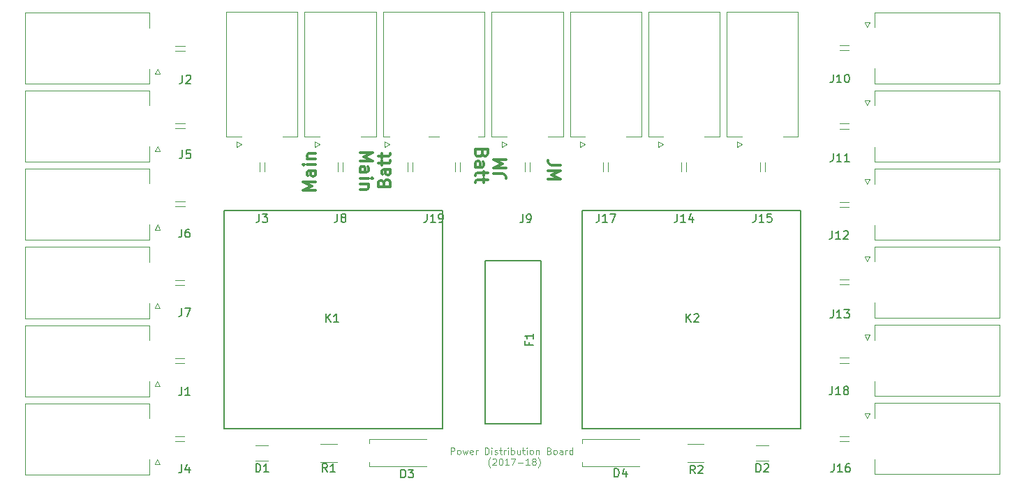
<source format=gto>
G04 #@! TF.FileFunction,Legend,Top*
%FSLAX46Y46*%
G04 Gerber Fmt 4.6, Leading zero omitted, Abs format (unit mm)*
G04 Created by KiCad (PCBNEW 4.0.7) date 11/16/17 10:54:23*
%MOMM*%
%LPD*%
G01*
G04 APERTURE LIST*
%ADD10C,0.100000*%
%ADD11C,0.300000*%
%ADD12C,0.120000*%
%ADD13C,0.150000*%
%ADD14R,2.400000X2.100000*%
%ADD15R,3.900000X2.200000*%
%ADD16C,2.950000*%
%ADD17R,4.150000X4.150000*%
%ADD18C,4.150000*%
%ADD19C,3.400000*%
%ADD20C,3.450000*%
G04 APERTURE END LIST*
D10*
D11*
X179407143Y-82571429D02*
X179335714Y-82785715D01*
X179264286Y-82857143D01*
X179121429Y-82928572D01*
X178907143Y-82928572D01*
X178764286Y-82857143D01*
X178692857Y-82785715D01*
X178621429Y-82642857D01*
X178621429Y-82071429D01*
X180121429Y-82071429D01*
X180121429Y-82571429D01*
X180050000Y-82714286D01*
X179978571Y-82785715D01*
X179835714Y-82857143D01*
X179692857Y-82857143D01*
X179550000Y-82785715D01*
X179478571Y-82714286D01*
X179407143Y-82571429D01*
X179407143Y-82071429D01*
X178621429Y-84214286D02*
X179407143Y-84214286D01*
X179550000Y-84142857D01*
X179621429Y-84000000D01*
X179621429Y-83714286D01*
X179550000Y-83571429D01*
X178692857Y-84214286D02*
X178621429Y-84071429D01*
X178621429Y-83714286D01*
X178692857Y-83571429D01*
X178835714Y-83500000D01*
X178978571Y-83500000D01*
X179121429Y-83571429D01*
X179192857Y-83714286D01*
X179192857Y-84071429D01*
X179264286Y-84214286D01*
X179621429Y-84714286D02*
X179621429Y-85285715D01*
X180121429Y-84928572D02*
X178835714Y-84928572D01*
X178692857Y-85000000D01*
X178621429Y-85142858D01*
X178621429Y-85285715D01*
X179621429Y-85571429D02*
X179621429Y-86142858D01*
X180121429Y-85785715D02*
X178835714Y-85785715D01*
X178692857Y-85857143D01*
X178621429Y-86000001D01*
X178621429Y-86142858D01*
X167492857Y-86128571D02*
X167564286Y-85914285D01*
X167635714Y-85842857D01*
X167778571Y-85771428D01*
X167992857Y-85771428D01*
X168135714Y-85842857D01*
X168207143Y-85914285D01*
X168278571Y-86057143D01*
X168278571Y-86628571D01*
X166778571Y-86628571D01*
X166778571Y-86128571D01*
X166850000Y-85985714D01*
X166921429Y-85914285D01*
X167064286Y-85842857D01*
X167207143Y-85842857D01*
X167350000Y-85914285D01*
X167421429Y-85985714D01*
X167492857Y-86128571D01*
X167492857Y-86628571D01*
X168278571Y-84485714D02*
X167492857Y-84485714D01*
X167350000Y-84557143D01*
X167278571Y-84700000D01*
X167278571Y-84985714D01*
X167350000Y-85128571D01*
X168207143Y-84485714D02*
X168278571Y-84628571D01*
X168278571Y-84985714D01*
X168207143Y-85128571D01*
X168064286Y-85200000D01*
X167921429Y-85200000D01*
X167778571Y-85128571D01*
X167707143Y-84985714D01*
X167707143Y-84628571D01*
X167635714Y-84485714D01*
X167278571Y-83985714D02*
X167278571Y-83414285D01*
X166778571Y-83771428D02*
X168064286Y-83771428D01*
X168207143Y-83700000D01*
X168278571Y-83557142D01*
X168278571Y-83414285D01*
X167278571Y-83128571D02*
X167278571Y-82557142D01*
X166778571Y-82914285D02*
X168064286Y-82914285D01*
X168207143Y-82842857D01*
X168278571Y-82699999D01*
X168278571Y-82557142D01*
X188921429Y-83957143D02*
X187850000Y-83957143D01*
X187635714Y-83885715D01*
X187492857Y-83742858D01*
X187421429Y-83528572D01*
X187421429Y-83385715D01*
X187421429Y-84671429D02*
X188921429Y-84671429D01*
X187850000Y-85171429D01*
X188921429Y-85671429D01*
X187421429Y-85671429D01*
X180778571Y-85042857D02*
X181850000Y-85042857D01*
X182064286Y-85114285D01*
X182207143Y-85257142D01*
X182278571Y-85471428D01*
X182278571Y-85614285D01*
X182278571Y-84328571D02*
X180778571Y-84328571D01*
X181850000Y-83828571D01*
X180778571Y-83328571D01*
X182278571Y-83328571D01*
X164621429Y-82485714D02*
X166121429Y-82485714D01*
X165050000Y-82985714D01*
X166121429Y-83485714D01*
X164621429Y-83485714D01*
X164621429Y-84842857D02*
X165407143Y-84842857D01*
X165550000Y-84771428D01*
X165621429Y-84628571D01*
X165621429Y-84342857D01*
X165550000Y-84200000D01*
X164692857Y-84842857D02*
X164621429Y-84700000D01*
X164621429Y-84342857D01*
X164692857Y-84200000D01*
X164835714Y-84128571D01*
X164978571Y-84128571D01*
X165121429Y-84200000D01*
X165192857Y-84342857D01*
X165192857Y-84700000D01*
X165264286Y-84842857D01*
X164621429Y-85557143D02*
X165621429Y-85557143D01*
X166121429Y-85557143D02*
X166050000Y-85485714D01*
X165978571Y-85557143D01*
X166050000Y-85628571D01*
X166121429Y-85557143D01*
X165978571Y-85557143D01*
X165621429Y-86271429D02*
X164621429Y-86271429D01*
X165478571Y-86271429D02*
X165550000Y-86342857D01*
X165621429Y-86485715D01*
X165621429Y-86700000D01*
X165550000Y-86842857D01*
X165407143Y-86914286D01*
X164621429Y-86914286D01*
X159178571Y-87014286D02*
X157678571Y-87014286D01*
X158750000Y-86514286D01*
X157678571Y-86014286D01*
X159178571Y-86014286D01*
X159178571Y-84657143D02*
X158392857Y-84657143D01*
X158250000Y-84728572D01*
X158178571Y-84871429D01*
X158178571Y-85157143D01*
X158250000Y-85300000D01*
X159107143Y-84657143D02*
X159178571Y-84800000D01*
X159178571Y-85157143D01*
X159107143Y-85300000D01*
X158964286Y-85371429D01*
X158821429Y-85371429D01*
X158678571Y-85300000D01*
X158607143Y-85157143D01*
X158607143Y-84800000D01*
X158535714Y-84657143D01*
X159178571Y-83942857D02*
X158178571Y-83942857D01*
X157678571Y-83942857D02*
X157750000Y-84014286D01*
X157821429Y-83942857D01*
X157750000Y-83871429D01*
X157678571Y-83942857D01*
X157821429Y-83942857D01*
X158178571Y-83228571D02*
X159178571Y-83228571D01*
X158321429Y-83228571D02*
X158250000Y-83157143D01*
X158178571Y-83014285D01*
X158178571Y-82800000D01*
X158250000Y-82657143D01*
X158392857Y-82585714D01*
X159178571Y-82585714D01*
D10*
X175623808Y-119111905D02*
X175623808Y-118311905D01*
X175928570Y-118311905D01*
X176004761Y-118350000D01*
X176042856Y-118388095D01*
X176080951Y-118464286D01*
X176080951Y-118578571D01*
X176042856Y-118654762D01*
X176004761Y-118692857D01*
X175928570Y-118730952D01*
X175623808Y-118730952D01*
X176538094Y-119111905D02*
X176461903Y-119073810D01*
X176423808Y-119035714D01*
X176385713Y-118959524D01*
X176385713Y-118730952D01*
X176423808Y-118654762D01*
X176461903Y-118616667D01*
X176538094Y-118578571D01*
X176652380Y-118578571D01*
X176728570Y-118616667D01*
X176766665Y-118654762D01*
X176804761Y-118730952D01*
X176804761Y-118959524D01*
X176766665Y-119035714D01*
X176728570Y-119073810D01*
X176652380Y-119111905D01*
X176538094Y-119111905D01*
X177071428Y-118578571D02*
X177223809Y-119111905D01*
X177376190Y-118730952D01*
X177528571Y-119111905D01*
X177680952Y-118578571D01*
X178290475Y-119073810D02*
X178214285Y-119111905D01*
X178061904Y-119111905D01*
X177985713Y-119073810D01*
X177947618Y-118997619D01*
X177947618Y-118692857D01*
X177985713Y-118616667D01*
X178061904Y-118578571D01*
X178214285Y-118578571D01*
X178290475Y-118616667D01*
X178328570Y-118692857D01*
X178328570Y-118769048D01*
X177947618Y-118845238D01*
X178671427Y-119111905D02*
X178671427Y-118578571D01*
X178671427Y-118730952D02*
X178709522Y-118654762D01*
X178747618Y-118616667D01*
X178823808Y-118578571D01*
X178899999Y-118578571D01*
X179776189Y-119111905D02*
X179776189Y-118311905D01*
X179966665Y-118311905D01*
X180080951Y-118350000D01*
X180157142Y-118426190D01*
X180195237Y-118502381D01*
X180233332Y-118654762D01*
X180233332Y-118769048D01*
X180195237Y-118921429D01*
X180157142Y-118997619D01*
X180080951Y-119073810D01*
X179966665Y-119111905D01*
X179776189Y-119111905D01*
X180576189Y-119111905D02*
X180576189Y-118578571D01*
X180576189Y-118311905D02*
X180538094Y-118350000D01*
X180576189Y-118388095D01*
X180614284Y-118350000D01*
X180576189Y-118311905D01*
X180576189Y-118388095D01*
X180919046Y-119073810D02*
X180995236Y-119111905D01*
X181147617Y-119111905D01*
X181223808Y-119073810D01*
X181261903Y-118997619D01*
X181261903Y-118959524D01*
X181223808Y-118883333D01*
X181147617Y-118845238D01*
X181033332Y-118845238D01*
X180957141Y-118807143D01*
X180919046Y-118730952D01*
X180919046Y-118692857D01*
X180957141Y-118616667D01*
X181033332Y-118578571D01*
X181147617Y-118578571D01*
X181223808Y-118616667D01*
X181490474Y-118578571D02*
X181795236Y-118578571D01*
X181604760Y-118311905D02*
X181604760Y-118997619D01*
X181642855Y-119073810D01*
X181719046Y-119111905D01*
X181795236Y-119111905D01*
X182061903Y-119111905D02*
X182061903Y-118578571D01*
X182061903Y-118730952D02*
X182099998Y-118654762D01*
X182138094Y-118616667D01*
X182214284Y-118578571D01*
X182290475Y-118578571D01*
X182557141Y-119111905D02*
X182557141Y-118578571D01*
X182557141Y-118311905D02*
X182519046Y-118350000D01*
X182557141Y-118388095D01*
X182595236Y-118350000D01*
X182557141Y-118311905D01*
X182557141Y-118388095D01*
X182938093Y-119111905D02*
X182938093Y-118311905D01*
X182938093Y-118616667D02*
X183014284Y-118578571D01*
X183166665Y-118578571D01*
X183242855Y-118616667D01*
X183280950Y-118654762D01*
X183319046Y-118730952D01*
X183319046Y-118959524D01*
X183280950Y-119035714D01*
X183242855Y-119073810D01*
X183166665Y-119111905D01*
X183014284Y-119111905D01*
X182938093Y-119073810D01*
X184004760Y-118578571D02*
X184004760Y-119111905D01*
X183661903Y-118578571D02*
X183661903Y-118997619D01*
X183699998Y-119073810D01*
X183776189Y-119111905D01*
X183890475Y-119111905D01*
X183966665Y-119073810D01*
X184004760Y-119035714D01*
X184271427Y-118578571D02*
X184576189Y-118578571D01*
X184385713Y-118311905D02*
X184385713Y-118997619D01*
X184423808Y-119073810D01*
X184499999Y-119111905D01*
X184576189Y-119111905D01*
X184842856Y-119111905D02*
X184842856Y-118578571D01*
X184842856Y-118311905D02*
X184804761Y-118350000D01*
X184842856Y-118388095D01*
X184880951Y-118350000D01*
X184842856Y-118311905D01*
X184842856Y-118388095D01*
X185338094Y-119111905D02*
X185261903Y-119073810D01*
X185223808Y-119035714D01*
X185185713Y-118959524D01*
X185185713Y-118730952D01*
X185223808Y-118654762D01*
X185261903Y-118616667D01*
X185338094Y-118578571D01*
X185452380Y-118578571D01*
X185528570Y-118616667D01*
X185566665Y-118654762D01*
X185604761Y-118730952D01*
X185604761Y-118959524D01*
X185566665Y-119035714D01*
X185528570Y-119073810D01*
X185452380Y-119111905D01*
X185338094Y-119111905D01*
X185947618Y-118578571D02*
X185947618Y-119111905D01*
X185947618Y-118654762D02*
X185985713Y-118616667D01*
X186061904Y-118578571D01*
X186176190Y-118578571D01*
X186252380Y-118616667D01*
X186290475Y-118692857D01*
X186290475Y-119111905D01*
X187547619Y-118692857D02*
X187661905Y-118730952D01*
X187700000Y-118769048D01*
X187738095Y-118845238D01*
X187738095Y-118959524D01*
X187700000Y-119035714D01*
X187661905Y-119073810D01*
X187585714Y-119111905D01*
X187280952Y-119111905D01*
X187280952Y-118311905D01*
X187547619Y-118311905D01*
X187623809Y-118350000D01*
X187661905Y-118388095D01*
X187700000Y-118464286D01*
X187700000Y-118540476D01*
X187661905Y-118616667D01*
X187623809Y-118654762D01*
X187547619Y-118692857D01*
X187280952Y-118692857D01*
X188195238Y-119111905D02*
X188119047Y-119073810D01*
X188080952Y-119035714D01*
X188042857Y-118959524D01*
X188042857Y-118730952D01*
X188080952Y-118654762D01*
X188119047Y-118616667D01*
X188195238Y-118578571D01*
X188309524Y-118578571D01*
X188385714Y-118616667D01*
X188423809Y-118654762D01*
X188461905Y-118730952D01*
X188461905Y-118959524D01*
X188423809Y-119035714D01*
X188385714Y-119073810D01*
X188309524Y-119111905D01*
X188195238Y-119111905D01*
X189147619Y-119111905D02*
X189147619Y-118692857D01*
X189109524Y-118616667D01*
X189033334Y-118578571D01*
X188880953Y-118578571D01*
X188804762Y-118616667D01*
X189147619Y-119073810D02*
X189071429Y-119111905D01*
X188880953Y-119111905D01*
X188804762Y-119073810D01*
X188766667Y-118997619D01*
X188766667Y-118921429D01*
X188804762Y-118845238D01*
X188880953Y-118807143D01*
X189071429Y-118807143D01*
X189147619Y-118769048D01*
X189528572Y-119111905D02*
X189528572Y-118578571D01*
X189528572Y-118730952D02*
X189566667Y-118654762D01*
X189604763Y-118616667D01*
X189680953Y-118578571D01*
X189757144Y-118578571D01*
X190366667Y-119111905D02*
X190366667Y-118311905D01*
X190366667Y-119073810D02*
X190290477Y-119111905D01*
X190138096Y-119111905D01*
X190061905Y-119073810D01*
X190023810Y-119035714D01*
X189985715Y-118959524D01*
X189985715Y-118730952D01*
X190023810Y-118654762D01*
X190061905Y-118616667D01*
X190138096Y-118578571D01*
X190290477Y-118578571D01*
X190366667Y-118616667D01*
X180404762Y-120716667D02*
X180366666Y-120678571D01*
X180290476Y-120564286D01*
X180252381Y-120488095D01*
X180214285Y-120373810D01*
X180176190Y-120183333D01*
X180176190Y-120030952D01*
X180214285Y-119840476D01*
X180252381Y-119726190D01*
X180290476Y-119650000D01*
X180366666Y-119535714D01*
X180404762Y-119497619D01*
X180671428Y-119688095D02*
X180709523Y-119650000D01*
X180785714Y-119611905D01*
X180976190Y-119611905D01*
X181052380Y-119650000D01*
X181090476Y-119688095D01*
X181128571Y-119764286D01*
X181128571Y-119840476D01*
X181090476Y-119954762D01*
X180633333Y-120411905D01*
X181128571Y-120411905D01*
X181623809Y-119611905D02*
X181700000Y-119611905D01*
X181776190Y-119650000D01*
X181814285Y-119688095D01*
X181852381Y-119764286D01*
X181890476Y-119916667D01*
X181890476Y-120107143D01*
X181852381Y-120259524D01*
X181814285Y-120335714D01*
X181776190Y-120373810D01*
X181700000Y-120411905D01*
X181623809Y-120411905D01*
X181547619Y-120373810D01*
X181509523Y-120335714D01*
X181471428Y-120259524D01*
X181433333Y-120107143D01*
X181433333Y-119916667D01*
X181471428Y-119764286D01*
X181509523Y-119688095D01*
X181547619Y-119650000D01*
X181623809Y-119611905D01*
X182652381Y-120411905D02*
X182195238Y-120411905D01*
X182423809Y-120411905D02*
X182423809Y-119611905D01*
X182347619Y-119726190D01*
X182271428Y-119802381D01*
X182195238Y-119840476D01*
X182919048Y-119611905D02*
X183452381Y-119611905D01*
X183109524Y-120411905D01*
X183757143Y-120107143D02*
X184366667Y-120107143D01*
X185166667Y-120411905D02*
X184709524Y-120411905D01*
X184938095Y-120411905D02*
X184938095Y-119611905D01*
X184861905Y-119726190D01*
X184785714Y-119802381D01*
X184709524Y-119840476D01*
X185623810Y-119954762D02*
X185547619Y-119916667D01*
X185509524Y-119878571D01*
X185471429Y-119802381D01*
X185471429Y-119764286D01*
X185509524Y-119688095D01*
X185547619Y-119650000D01*
X185623810Y-119611905D01*
X185776191Y-119611905D01*
X185852381Y-119650000D01*
X185890477Y-119688095D01*
X185928572Y-119764286D01*
X185928572Y-119802381D01*
X185890477Y-119878571D01*
X185852381Y-119916667D01*
X185776191Y-119954762D01*
X185623810Y-119954762D01*
X185547619Y-119992857D01*
X185509524Y-120030952D01*
X185471429Y-120107143D01*
X185471429Y-120259524D01*
X185509524Y-120335714D01*
X185547619Y-120373810D01*
X185623810Y-120411905D01*
X185776191Y-120411905D01*
X185852381Y-120373810D01*
X185890477Y-120335714D01*
X185928572Y-120259524D01*
X185928572Y-120107143D01*
X185890477Y-120030952D01*
X185852381Y-119992857D01*
X185776191Y-119954762D01*
X186195239Y-120716667D02*
X186233334Y-120678571D01*
X186309524Y-120564286D01*
X186347620Y-120488095D01*
X186385715Y-120373810D01*
X186423810Y-120183333D01*
X186423810Y-120030952D01*
X186385715Y-119840476D01*
X186347620Y-119726190D01*
X186309524Y-119650000D01*
X186233334Y-119535714D01*
X186195239Y-119497619D01*
D12*
X149600000Y-118000000D02*
X149600000Y-119900000D01*
X149600000Y-119900000D02*
X154300000Y-119900000D01*
X149600000Y-118000000D02*
X154300000Y-118000000D01*
X216500000Y-119900000D02*
X216500000Y-118000000D01*
X216500000Y-118000000D02*
X211800000Y-118000000D01*
X216500000Y-119900000D02*
X211800000Y-119900000D01*
X165750000Y-117300000D02*
X165750000Y-120600000D01*
X165750000Y-120600000D02*
X172650000Y-120600000D01*
X165750000Y-117300000D02*
X172650000Y-117300000D01*
X191550000Y-117300000D02*
X191550000Y-120600000D01*
X191550000Y-120600000D02*
X198450000Y-120600000D01*
X191550000Y-117300000D02*
X198450000Y-117300000D01*
D13*
X179750000Y-115375000D02*
X179750000Y-95575000D01*
X179750000Y-95575000D02*
X186550000Y-95575000D01*
X186550000Y-95575000D02*
X186550000Y-115375000D01*
X186550000Y-115375000D02*
X179750000Y-115375000D01*
D12*
X134300000Y-107750000D02*
G75*
G03X134300000Y-107750000I-1600000J0D01*
G01*
X123950000Y-107750000D02*
X123950000Y-112075000D01*
X123950000Y-112075000D02*
X139050000Y-112075000D01*
X139050000Y-112075000D02*
X139050000Y-110250000D01*
X123950000Y-107750000D02*
X123950000Y-103425000D01*
X123950000Y-103425000D02*
X139050000Y-103425000D01*
X139050000Y-103425000D02*
X139050000Y-105250000D01*
X142175000Y-108050000D02*
X143325000Y-108050000D01*
X142175000Y-107450000D02*
X143325000Y-107450000D01*
X140000000Y-110250000D02*
X140300000Y-110850000D01*
X140300000Y-110850000D02*
X139700000Y-110850000D01*
X139700000Y-110850000D02*
X140000000Y-110250000D01*
X134325000Y-69775000D02*
G75*
G03X134325000Y-69775000I-1600000J0D01*
G01*
X123975000Y-69775000D02*
X123975000Y-74100000D01*
X123975000Y-74100000D02*
X139075000Y-74100000D01*
X139075000Y-74100000D02*
X139075000Y-72275000D01*
X123975000Y-69775000D02*
X123975000Y-65450000D01*
X123975000Y-65450000D02*
X139075000Y-65450000D01*
X139075000Y-65450000D02*
X139075000Y-67275000D01*
X142200000Y-70075000D02*
X143350000Y-70075000D01*
X142200000Y-69475000D02*
X143350000Y-69475000D01*
X140025000Y-72275000D02*
X140325000Y-72875000D01*
X140325000Y-72875000D02*
X139725000Y-72875000D01*
X139725000Y-72875000D02*
X140025000Y-72275000D01*
X154300000Y-74150000D02*
G75*
G03X154300000Y-74150000I-1600000J0D01*
G01*
X152700000Y-65400000D02*
X148375000Y-65400000D01*
X148375000Y-65400000D02*
X148375000Y-80500000D01*
X148375000Y-80500000D02*
X150200000Y-80500000D01*
X152700000Y-65400000D02*
X157025000Y-65400000D01*
X157025000Y-65400000D02*
X157025000Y-80500000D01*
X157025000Y-80500000D02*
X155200000Y-80500000D01*
X152400000Y-83625000D02*
X152400000Y-84775000D01*
X153000000Y-83625000D02*
X153000000Y-84775000D01*
X150200000Y-81450000D02*
X149600000Y-81750000D01*
X149600000Y-81750000D02*
X149600000Y-81150000D01*
X149600000Y-81150000D02*
X150200000Y-81450000D01*
X134300000Y-117250000D02*
G75*
G03X134300000Y-117250000I-1600000J0D01*
G01*
X123950000Y-117250000D02*
X123950000Y-121575000D01*
X123950000Y-121575000D02*
X139050000Y-121575000D01*
X139050000Y-121575000D02*
X139050000Y-119750000D01*
X123950000Y-117250000D02*
X123950000Y-112925000D01*
X123950000Y-112925000D02*
X139050000Y-112925000D01*
X139050000Y-112925000D02*
X139050000Y-114750000D01*
X142175000Y-117550000D02*
X143325000Y-117550000D01*
X142175000Y-116950000D02*
X143325000Y-116950000D01*
X140000000Y-119750000D02*
X140300000Y-120350000D01*
X140300000Y-120350000D02*
X139700000Y-120350000D01*
X139700000Y-120350000D02*
X140000000Y-119750000D01*
X134325000Y-79225000D02*
G75*
G03X134325000Y-79225000I-1600000J0D01*
G01*
X123975000Y-79225000D02*
X123975000Y-83550000D01*
X123975000Y-83550000D02*
X139075000Y-83550000D01*
X139075000Y-83550000D02*
X139075000Y-81725000D01*
X123975000Y-79225000D02*
X123975000Y-74900000D01*
X123975000Y-74900000D02*
X139075000Y-74900000D01*
X139075000Y-74900000D02*
X139075000Y-76725000D01*
X142200000Y-79525000D02*
X143350000Y-79525000D01*
X142200000Y-78925000D02*
X143350000Y-78925000D01*
X140025000Y-81725000D02*
X140325000Y-82325000D01*
X140325000Y-82325000D02*
X139725000Y-82325000D01*
X139725000Y-82325000D02*
X140025000Y-81725000D01*
X134325000Y-88725000D02*
G75*
G03X134325000Y-88725000I-1600000J0D01*
G01*
X123975000Y-88725000D02*
X123975000Y-93050000D01*
X123975000Y-93050000D02*
X139075000Y-93050000D01*
X139075000Y-93050000D02*
X139075000Y-91225000D01*
X123975000Y-88725000D02*
X123975000Y-84400000D01*
X123975000Y-84400000D02*
X139075000Y-84400000D01*
X139075000Y-84400000D02*
X139075000Y-86225000D01*
X142200000Y-89025000D02*
X143350000Y-89025000D01*
X142200000Y-88425000D02*
X143350000Y-88425000D01*
X140025000Y-91225000D02*
X140325000Y-91825000D01*
X140325000Y-91825000D02*
X139725000Y-91825000D01*
X139725000Y-91825000D02*
X140025000Y-91225000D01*
X134300000Y-98250000D02*
G75*
G03X134300000Y-98250000I-1600000J0D01*
G01*
X123950000Y-98250000D02*
X123950000Y-102575000D01*
X123950000Y-102575000D02*
X139050000Y-102575000D01*
X139050000Y-102575000D02*
X139050000Y-100750000D01*
X123950000Y-98250000D02*
X123950000Y-93925000D01*
X123950000Y-93925000D02*
X139050000Y-93925000D01*
X139050000Y-93925000D02*
X139050000Y-95750000D01*
X142175000Y-98550000D02*
X143325000Y-98550000D01*
X142175000Y-97950000D02*
X143325000Y-97950000D01*
X140000000Y-100750000D02*
X140300000Y-101350000D01*
X140300000Y-101350000D02*
X139700000Y-101350000D01*
X139700000Y-101350000D02*
X140000000Y-100750000D01*
X163800000Y-74150000D02*
G75*
G03X163800000Y-74150000I-1600000J0D01*
G01*
X162200000Y-65400000D02*
X157875000Y-65400000D01*
X157875000Y-65400000D02*
X157875000Y-80500000D01*
X157875000Y-80500000D02*
X159700000Y-80500000D01*
X162200000Y-65400000D02*
X166525000Y-65400000D01*
X166525000Y-65400000D02*
X166525000Y-80500000D01*
X166525000Y-80500000D02*
X164700000Y-80500000D01*
X161900000Y-83625000D02*
X161900000Y-84775000D01*
X162500000Y-83625000D02*
X162500000Y-84775000D01*
X159700000Y-81450000D02*
X159100000Y-81750000D01*
X159100000Y-81750000D02*
X159100000Y-81150000D01*
X159100000Y-81150000D02*
X159700000Y-81450000D01*
X186500000Y-74150000D02*
G75*
G03X186500000Y-74150000I-1600000J0D01*
G01*
X184900000Y-65400000D02*
X180575000Y-65400000D01*
X180575000Y-65400000D02*
X180575000Y-80500000D01*
X180575000Y-80500000D02*
X182400000Y-80500000D01*
X184900000Y-65400000D02*
X189225000Y-65400000D01*
X189225000Y-65400000D02*
X189225000Y-80500000D01*
X189225000Y-80500000D02*
X187400000Y-80500000D01*
X184600000Y-83625000D02*
X184600000Y-84775000D01*
X185200000Y-83625000D02*
X185200000Y-84775000D01*
X182400000Y-81450000D02*
X181800000Y-81750000D01*
X181800000Y-81750000D02*
X181800000Y-81150000D01*
X181800000Y-81150000D02*
X182400000Y-81450000D01*
X235000000Y-69750000D02*
G75*
G03X235000000Y-69750000I-1600000J0D01*
G01*
X242150000Y-69750000D02*
X242150000Y-65425000D01*
X242150000Y-65425000D02*
X227050000Y-65425000D01*
X227050000Y-65425000D02*
X227050000Y-67250000D01*
X242150000Y-69750000D02*
X242150000Y-74075000D01*
X242150000Y-74075000D02*
X227050000Y-74075000D01*
X227050000Y-74075000D02*
X227050000Y-72250000D01*
X223925000Y-69450000D02*
X222775000Y-69450000D01*
X223925000Y-70050000D02*
X222775000Y-70050000D01*
X226100000Y-67250000D02*
X225800000Y-66650000D01*
X225800000Y-66650000D02*
X226400000Y-66650000D01*
X226400000Y-66650000D02*
X226100000Y-67250000D01*
X235000000Y-79250000D02*
G75*
G03X235000000Y-79250000I-1600000J0D01*
G01*
X242150000Y-79250000D02*
X242150000Y-74925000D01*
X242150000Y-74925000D02*
X227050000Y-74925000D01*
X227050000Y-74925000D02*
X227050000Y-76750000D01*
X242150000Y-79250000D02*
X242150000Y-83575000D01*
X242150000Y-83575000D02*
X227050000Y-83575000D01*
X227050000Y-83575000D02*
X227050000Y-81750000D01*
X223925000Y-78950000D02*
X222775000Y-78950000D01*
X223925000Y-79550000D02*
X222775000Y-79550000D01*
X226100000Y-76750000D02*
X225800000Y-76150000D01*
X225800000Y-76150000D02*
X226400000Y-76150000D01*
X226400000Y-76150000D02*
X226100000Y-76750000D01*
X235000000Y-88750000D02*
G75*
G03X235000000Y-88750000I-1600000J0D01*
G01*
X242150000Y-88750000D02*
X242150000Y-84425000D01*
X242150000Y-84425000D02*
X227050000Y-84425000D01*
X227050000Y-84425000D02*
X227050000Y-86250000D01*
X242150000Y-88750000D02*
X242150000Y-93075000D01*
X242150000Y-93075000D02*
X227050000Y-93075000D01*
X227050000Y-93075000D02*
X227050000Y-91250000D01*
X223925000Y-88450000D02*
X222775000Y-88450000D01*
X223925000Y-89050000D02*
X222775000Y-89050000D01*
X226100000Y-86250000D02*
X225800000Y-85650000D01*
X225800000Y-85650000D02*
X226400000Y-85650000D01*
X226400000Y-85650000D02*
X226100000Y-86250000D01*
X235000000Y-98200000D02*
G75*
G03X235000000Y-98200000I-1600000J0D01*
G01*
X242150000Y-98200000D02*
X242150000Y-93875000D01*
X242150000Y-93875000D02*
X227050000Y-93875000D01*
X227050000Y-93875000D02*
X227050000Y-95700000D01*
X242150000Y-98200000D02*
X242150000Y-102525000D01*
X242150000Y-102525000D02*
X227050000Y-102525000D01*
X227050000Y-102525000D02*
X227050000Y-100700000D01*
X223925000Y-97900000D02*
X222775000Y-97900000D01*
X223925000Y-98500000D02*
X222775000Y-98500000D01*
X226100000Y-95700000D02*
X225800000Y-95100000D01*
X225800000Y-95100000D02*
X226400000Y-95100000D01*
X226400000Y-95100000D02*
X226100000Y-95700000D01*
X205500000Y-74150000D02*
G75*
G03X205500000Y-74150000I-1600000J0D01*
G01*
X203900000Y-65400000D02*
X199575000Y-65400000D01*
X199575000Y-65400000D02*
X199575000Y-80500000D01*
X199575000Y-80500000D02*
X201400000Y-80500000D01*
X203900000Y-65400000D02*
X208225000Y-65400000D01*
X208225000Y-65400000D02*
X208225000Y-80500000D01*
X208225000Y-80500000D02*
X206400000Y-80500000D01*
X203600000Y-83625000D02*
X203600000Y-84775000D01*
X204200000Y-83625000D02*
X204200000Y-84775000D01*
X201400000Y-81450000D02*
X200800000Y-81750000D01*
X200800000Y-81750000D02*
X200800000Y-81150000D01*
X200800000Y-81150000D02*
X201400000Y-81450000D01*
X215000000Y-74150000D02*
G75*
G03X215000000Y-74150000I-1600000J0D01*
G01*
X213400000Y-65400000D02*
X209075000Y-65400000D01*
X209075000Y-65400000D02*
X209075000Y-80500000D01*
X209075000Y-80500000D02*
X210900000Y-80500000D01*
X213400000Y-65400000D02*
X217725000Y-65400000D01*
X217725000Y-65400000D02*
X217725000Y-80500000D01*
X217725000Y-80500000D02*
X215900000Y-80500000D01*
X213100000Y-83625000D02*
X213100000Y-84775000D01*
X213700000Y-83625000D02*
X213700000Y-84775000D01*
X210900000Y-81450000D02*
X210300000Y-81750000D01*
X210300000Y-81750000D02*
X210300000Y-81150000D01*
X210300000Y-81150000D02*
X210900000Y-81450000D01*
X235000000Y-117200000D02*
G75*
G03X235000000Y-117200000I-1600000J0D01*
G01*
X242150000Y-117200000D02*
X242150000Y-112875000D01*
X242150000Y-112875000D02*
X227050000Y-112875000D01*
X227050000Y-112875000D02*
X227050000Y-114700000D01*
X242150000Y-117200000D02*
X242150000Y-121525000D01*
X242150000Y-121525000D02*
X227050000Y-121525000D01*
X227050000Y-121525000D02*
X227050000Y-119700000D01*
X223925000Y-116900000D02*
X222775000Y-116900000D01*
X223925000Y-117500000D02*
X222775000Y-117500000D01*
X226100000Y-114700000D02*
X225800000Y-114100000D01*
X225800000Y-114100000D02*
X226400000Y-114100000D01*
X226400000Y-114100000D02*
X226100000Y-114700000D01*
X196000000Y-74150000D02*
G75*
G03X196000000Y-74150000I-1600000J0D01*
G01*
X194400000Y-65400000D02*
X190075000Y-65400000D01*
X190075000Y-65400000D02*
X190075000Y-80500000D01*
X190075000Y-80500000D02*
X191900000Y-80500000D01*
X194400000Y-65400000D02*
X198725000Y-65400000D01*
X198725000Y-65400000D02*
X198725000Y-80500000D01*
X198725000Y-80500000D02*
X196900000Y-80500000D01*
X194100000Y-83625000D02*
X194100000Y-84775000D01*
X194700000Y-83625000D02*
X194700000Y-84775000D01*
X191900000Y-81450000D02*
X191300000Y-81750000D01*
X191300000Y-81750000D02*
X191300000Y-81150000D01*
X191300000Y-81150000D02*
X191900000Y-81450000D01*
X235000000Y-107700000D02*
G75*
G03X235000000Y-107700000I-1600000J0D01*
G01*
X242150000Y-107700000D02*
X242150000Y-103375000D01*
X242150000Y-103375000D02*
X227050000Y-103375000D01*
X227050000Y-103375000D02*
X227050000Y-105200000D01*
X242150000Y-107700000D02*
X242150000Y-112025000D01*
X242150000Y-112025000D02*
X227050000Y-112025000D01*
X227050000Y-112025000D02*
X227050000Y-110200000D01*
X223925000Y-107400000D02*
X222775000Y-107400000D01*
X223925000Y-108000000D02*
X222775000Y-108000000D01*
X226100000Y-105200000D02*
X225800000Y-104600000D01*
X225800000Y-104600000D02*
X226400000Y-104600000D01*
X226400000Y-104600000D02*
X226100000Y-105200000D01*
X175150000Y-74150000D02*
G75*
G03X175150000Y-74150000I-1600000J0D01*
G01*
X173550000Y-65400000D02*
X167375000Y-65400000D01*
X167375000Y-65400000D02*
X167375000Y-80500000D01*
X167375000Y-80500000D02*
X168200000Y-80500000D01*
X173550000Y-65400000D02*
X179725000Y-65400000D01*
X179725000Y-65400000D02*
X179725000Y-80500000D01*
X179725000Y-80500000D02*
X178900000Y-80500000D01*
X172875000Y-80500000D02*
X174225000Y-80500000D01*
X170400000Y-83625000D02*
X170400000Y-84775000D01*
X171000000Y-83625000D02*
X171000000Y-84775000D01*
X176100000Y-83625000D02*
X176100000Y-84775000D01*
X176700000Y-83625000D02*
X176700000Y-84775000D01*
X168200000Y-81450000D02*
X167600000Y-81750000D01*
X167600000Y-81750000D02*
X167600000Y-81150000D01*
X167600000Y-81150000D02*
X168200000Y-81450000D01*
D13*
X148100000Y-89500000D02*
X174600000Y-89500000D01*
X174600000Y-89500000D02*
X174600000Y-116000000D01*
X174600000Y-116000000D02*
X148100000Y-116000000D01*
X148100000Y-116000000D02*
X148100000Y-89500000D01*
X191550000Y-89500000D02*
X218050000Y-89500000D01*
X218050000Y-89500000D02*
X218050000Y-116000000D01*
X218050000Y-116000000D02*
X191550000Y-116000000D01*
X191550000Y-116000000D02*
X191550000Y-89500000D01*
D12*
X159800000Y-117880000D02*
X161800000Y-117880000D01*
X161800000Y-120020000D02*
X159800000Y-120020000D01*
X206300000Y-120020000D02*
X204300000Y-120020000D01*
X204300000Y-117880000D02*
X206300000Y-117880000D01*
D13*
X151961905Y-121252381D02*
X151961905Y-120252381D01*
X152200000Y-120252381D01*
X152342858Y-120300000D01*
X152438096Y-120395238D01*
X152485715Y-120490476D01*
X152533334Y-120680952D01*
X152533334Y-120823810D01*
X152485715Y-121014286D01*
X152438096Y-121109524D01*
X152342858Y-121204762D01*
X152200000Y-121252381D01*
X151961905Y-121252381D01*
X153485715Y-121252381D02*
X152914286Y-121252381D01*
X153200000Y-121252381D02*
X153200000Y-120252381D01*
X153104762Y-120395238D01*
X153009524Y-120490476D01*
X152914286Y-120538095D01*
X212661905Y-121252381D02*
X212661905Y-120252381D01*
X212900000Y-120252381D01*
X213042858Y-120300000D01*
X213138096Y-120395238D01*
X213185715Y-120490476D01*
X213233334Y-120680952D01*
X213233334Y-120823810D01*
X213185715Y-121014286D01*
X213138096Y-121109524D01*
X213042858Y-121204762D01*
X212900000Y-121252381D01*
X212661905Y-121252381D01*
X213614286Y-120347619D02*
X213661905Y-120300000D01*
X213757143Y-120252381D01*
X213995239Y-120252381D01*
X214090477Y-120300000D01*
X214138096Y-120347619D01*
X214185715Y-120442857D01*
X214185715Y-120538095D01*
X214138096Y-120680952D01*
X213566667Y-121252381D01*
X214185715Y-121252381D01*
X169561905Y-121952381D02*
X169561905Y-120952381D01*
X169800000Y-120952381D01*
X169942858Y-121000000D01*
X170038096Y-121095238D01*
X170085715Y-121190476D01*
X170133334Y-121380952D01*
X170133334Y-121523810D01*
X170085715Y-121714286D01*
X170038096Y-121809524D01*
X169942858Y-121904762D01*
X169800000Y-121952381D01*
X169561905Y-121952381D01*
X170466667Y-120952381D02*
X171085715Y-120952381D01*
X170752381Y-121333333D01*
X170895239Y-121333333D01*
X170990477Y-121380952D01*
X171038096Y-121428571D01*
X171085715Y-121523810D01*
X171085715Y-121761905D01*
X171038096Y-121857143D01*
X170990477Y-121904762D01*
X170895239Y-121952381D01*
X170609524Y-121952381D01*
X170514286Y-121904762D01*
X170466667Y-121857143D01*
X195461905Y-121852381D02*
X195461905Y-120852381D01*
X195700000Y-120852381D01*
X195842858Y-120900000D01*
X195938096Y-120995238D01*
X195985715Y-121090476D01*
X196033334Y-121280952D01*
X196033334Y-121423810D01*
X195985715Y-121614286D01*
X195938096Y-121709524D01*
X195842858Y-121804762D01*
X195700000Y-121852381D01*
X195461905Y-121852381D01*
X196890477Y-121185714D02*
X196890477Y-121852381D01*
X196652381Y-120804762D02*
X196414286Y-121519048D01*
X197033334Y-121519048D01*
X185078571Y-105508333D02*
X185078571Y-105841667D01*
X185602381Y-105841667D02*
X184602381Y-105841667D01*
X184602381Y-105365476D01*
X185602381Y-104460714D02*
X185602381Y-105032143D01*
X185602381Y-104746429D02*
X184602381Y-104746429D01*
X184745238Y-104841667D01*
X184840476Y-104936905D01*
X184888095Y-105032143D01*
X142966667Y-110952381D02*
X142966667Y-111666667D01*
X142919047Y-111809524D01*
X142823809Y-111904762D01*
X142680952Y-111952381D01*
X142585714Y-111952381D01*
X143966667Y-111952381D02*
X143395238Y-111952381D01*
X143680952Y-111952381D02*
X143680952Y-110952381D01*
X143585714Y-111095238D01*
X143490476Y-111190476D01*
X143395238Y-111238095D01*
X143066667Y-73052381D02*
X143066667Y-73766667D01*
X143019047Y-73909524D01*
X142923809Y-74004762D01*
X142780952Y-74052381D01*
X142685714Y-74052381D01*
X143495238Y-73147619D02*
X143542857Y-73100000D01*
X143638095Y-73052381D01*
X143876191Y-73052381D01*
X143971429Y-73100000D01*
X144019048Y-73147619D01*
X144066667Y-73242857D01*
X144066667Y-73338095D01*
X144019048Y-73480952D01*
X143447619Y-74052381D01*
X144066667Y-74052381D01*
X152366667Y-89902381D02*
X152366667Y-90616667D01*
X152319047Y-90759524D01*
X152223809Y-90854762D01*
X152080952Y-90902381D01*
X151985714Y-90902381D01*
X152747619Y-89902381D02*
X153366667Y-89902381D01*
X153033333Y-90283333D01*
X153176191Y-90283333D01*
X153271429Y-90330952D01*
X153319048Y-90378571D01*
X153366667Y-90473810D01*
X153366667Y-90711905D01*
X153319048Y-90807143D01*
X153271429Y-90854762D01*
X153176191Y-90902381D01*
X152890476Y-90902381D01*
X152795238Y-90854762D01*
X152747619Y-90807143D01*
X142966667Y-120352381D02*
X142966667Y-121066667D01*
X142919047Y-121209524D01*
X142823809Y-121304762D01*
X142680952Y-121352381D01*
X142585714Y-121352381D01*
X143871429Y-120685714D02*
X143871429Y-121352381D01*
X143633333Y-120304762D02*
X143395238Y-121019048D01*
X144014286Y-121019048D01*
X143066667Y-82152381D02*
X143066667Y-82866667D01*
X143019047Y-83009524D01*
X142923809Y-83104762D01*
X142780952Y-83152381D01*
X142685714Y-83152381D01*
X144019048Y-82152381D02*
X143542857Y-82152381D01*
X143495238Y-82628571D01*
X143542857Y-82580952D01*
X143638095Y-82533333D01*
X143876191Y-82533333D01*
X143971429Y-82580952D01*
X144019048Y-82628571D01*
X144066667Y-82723810D01*
X144066667Y-82961905D01*
X144019048Y-83057143D01*
X143971429Y-83104762D01*
X143876191Y-83152381D01*
X143638095Y-83152381D01*
X143542857Y-83104762D01*
X143495238Y-83057143D01*
X142966667Y-91752381D02*
X142966667Y-92466667D01*
X142919047Y-92609524D01*
X142823809Y-92704762D01*
X142680952Y-92752381D01*
X142585714Y-92752381D01*
X143871429Y-91752381D02*
X143680952Y-91752381D01*
X143585714Y-91800000D01*
X143538095Y-91847619D01*
X143442857Y-91990476D01*
X143395238Y-92180952D01*
X143395238Y-92561905D01*
X143442857Y-92657143D01*
X143490476Y-92704762D01*
X143585714Y-92752381D01*
X143776191Y-92752381D01*
X143871429Y-92704762D01*
X143919048Y-92657143D01*
X143966667Y-92561905D01*
X143966667Y-92323810D01*
X143919048Y-92228571D01*
X143871429Y-92180952D01*
X143776191Y-92133333D01*
X143585714Y-92133333D01*
X143490476Y-92180952D01*
X143442857Y-92228571D01*
X143395238Y-92323810D01*
X142966667Y-101352381D02*
X142966667Y-102066667D01*
X142919047Y-102209524D01*
X142823809Y-102304762D01*
X142680952Y-102352381D01*
X142585714Y-102352381D01*
X143347619Y-101352381D02*
X144014286Y-101352381D01*
X143585714Y-102352381D01*
X161866667Y-89902381D02*
X161866667Y-90616667D01*
X161819047Y-90759524D01*
X161723809Y-90854762D01*
X161580952Y-90902381D01*
X161485714Y-90902381D01*
X162485714Y-90330952D02*
X162390476Y-90283333D01*
X162342857Y-90235714D01*
X162295238Y-90140476D01*
X162295238Y-90092857D01*
X162342857Y-89997619D01*
X162390476Y-89950000D01*
X162485714Y-89902381D01*
X162676191Y-89902381D01*
X162771429Y-89950000D01*
X162819048Y-89997619D01*
X162866667Y-90092857D01*
X162866667Y-90140476D01*
X162819048Y-90235714D01*
X162771429Y-90283333D01*
X162676191Y-90330952D01*
X162485714Y-90330952D01*
X162390476Y-90378571D01*
X162342857Y-90426190D01*
X162295238Y-90521429D01*
X162295238Y-90711905D01*
X162342857Y-90807143D01*
X162390476Y-90854762D01*
X162485714Y-90902381D01*
X162676191Y-90902381D01*
X162771429Y-90854762D01*
X162819048Y-90807143D01*
X162866667Y-90711905D01*
X162866667Y-90521429D01*
X162819048Y-90426190D01*
X162771429Y-90378571D01*
X162676191Y-90330952D01*
X184366667Y-89952381D02*
X184366667Y-90666667D01*
X184319047Y-90809524D01*
X184223809Y-90904762D01*
X184080952Y-90952381D01*
X183985714Y-90952381D01*
X184890476Y-90952381D02*
X185080952Y-90952381D01*
X185176191Y-90904762D01*
X185223810Y-90857143D01*
X185319048Y-90714286D01*
X185366667Y-90523810D01*
X185366667Y-90142857D01*
X185319048Y-90047619D01*
X185271429Y-90000000D01*
X185176191Y-89952381D01*
X184985714Y-89952381D01*
X184890476Y-90000000D01*
X184842857Y-90047619D01*
X184795238Y-90142857D01*
X184795238Y-90380952D01*
X184842857Y-90476190D01*
X184890476Y-90523810D01*
X184985714Y-90571429D01*
X185176191Y-90571429D01*
X185271429Y-90523810D01*
X185319048Y-90476190D01*
X185366667Y-90380952D01*
X221990477Y-72952381D02*
X221990477Y-73666667D01*
X221942857Y-73809524D01*
X221847619Y-73904762D01*
X221704762Y-73952381D01*
X221609524Y-73952381D01*
X222990477Y-73952381D02*
X222419048Y-73952381D01*
X222704762Y-73952381D02*
X222704762Y-72952381D01*
X222609524Y-73095238D01*
X222514286Y-73190476D01*
X222419048Y-73238095D01*
X223609524Y-72952381D02*
X223704763Y-72952381D01*
X223800001Y-73000000D01*
X223847620Y-73047619D01*
X223895239Y-73142857D01*
X223942858Y-73333333D01*
X223942858Y-73571429D01*
X223895239Y-73761905D01*
X223847620Y-73857143D01*
X223800001Y-73904762D01*
X223704763Y-73952381D01*
X223609524Y-73952381D01*
X223514286Y-73904762D01*
X223466667Y-73857143D01*
X223419048Y-73761905D01*
X223371429Y-73571429D01*
X223371429Y-73333333D01*
X223419048Y-73142857D01*
X223466667Y-73047619D01*
X223514286Y-73000000D01*
X223609524Y-72952381D01*
X221990477Y-82552381D02*
X221990477Y-83266667D01*
X221942857Y-83409524D01*
X221847619Y-83504762D01*
X221704762Y-83552381D01*
X221609524Y-83552381D01*
X222990477Y-83552381D02*
X222419048Y-83552381D01*
X222704762Y-83552381D02*
X222704762Y-82552381D01*
X222609524Y-82695238D01*
X222514286Y-82790476D01*
X222419048Y-82838095D01*
X223942858Y-83552381D02*
X223371429Y-83552381D01*
X223657143Y-83552381D02*
X223657143Y-82552381D01*
X223561905Y-82695238D01*
X223466667Y-82790476D01*
X223371429Y-82838095D01*
X221890477Y-91952381D02*
X221890477Y-92666667D01*
X221842857Y-92809524D01*
X221747619Y-92904762D01*
X221604762Y-92952381D01*
X221509524Y-92952381D01*
X222890477Y-92952381D02*
X222319048Y-92952381D01*
X222604762Y-92952381D02*
X222604762Y-91952381D01*
X222509524Y-92095238D01*
X222414286Y-92190476D01*
X222319048Y-92238095D01*
X223271429Y-92047619D02*
X223319048Y-92000000D01*
X223414286Y-91952381D01*
X223652382Y-91952381D01*
X223747620Y-92000000D01*
X223795239Y-92047619D01*
X223842858Y-92142857D01*
X223842858Y-92238095D01*
X223795239Y-92380952D01*
X223223810Y-92952381D01*
X223842858Y-92952381D01*
X221990477Y-101552381D02*
X221990477Y-102266667D01*
X221942857Y-102409524D01*
X221847619Y-102504762D01*
X221704762Y-102552381D01*
X221609524Y-102552381D01*
X222990477Y-102552381D02*
X222419048Y-102552381D01*
X222704762Y-102552381D02*
X222704762Y-101552381D01*
X222609524Y-101695238D01*
X222514286Y-101790476D01*
X222419048Y-101838095D01*
X223323810Y-101552381D02*
X223942858Y-101552381D01*
X223609524Y-101933333D01*
X223752382Y-101933333D01*
X223847620Y-101980952D01*
X223895239Y-102028571D01*
X223942858Y-102123810D01*
X223942858Y-102361905D01*
X223895239Y-102457143D01*
X223847620Y-102504762D01*
X223752382Y-102552381D01*
X223466667Y-102552381D01*
X223371429Y-102504762D01*
X223323810Y-102457143D01*
X203090477Y-89902381D02*
X203090477Y-90616667D01*
X203042857Y-90759524D01*
X202947619Y-90854762D01*
X202804762Y-90902381D01*
X202709524Y-90902381D01*
X204090477Y-90902381D02*
X203519048Y-90902381D01*
X203804762Y-90902381D02*
X203804762Y-89902381D01*
X203709524Y-90045238D01*
X203614286Y-90140476D01*
X203519048Y-90188095D01*
X204947620Y-90235714D02*
X204947620Y-90902381D01*
X204709524Y-89854762D02*
X204471429Y-90569048D01*
X205090477Y-90569048D01*
X212590477Y-89902381D02*
X212590477Y-90616667D01*
X212542857Y-90759524D01*
X212447619Y-90854762D01*
X212304762Y-90902381D01*
X212209524Y-90902381D01*
X213590477Y-90902381D02*
X213019048Y-90902381D01*
X213304762Y-90902381D02*
X213304762Y-89902381D01*
X213209524Y-90045238D01*
X213114286Y-90140476D01*
X213019048Y-90188095D01*
X214495239Y-89902381D02*
X214019048Y-89902381D01*
X213971429Y-90378571D01*
X214019048Y-90330952D01*
X214114286Y-90283333D01*
X214352382Y-90283333D01*
X214447620Y-90330952D01*
X214495239Y-90378571D01*
X214542858Y-90473810D01*
X214542858Y-90711905D01*
X214495239Y-90807143D01*
X214447620Y-90854762D01*
X214352382Y-90902381D01*
X214114286Y-90902381D01*
X214019048Y-90854762D01*
X213971429Y-90807143D01*
X222090477Y-120252381D02*
X222090477Y-120966667D01*
X222042857Y-121109524D01*
X221947619Y-121204762D01*
X221804762Y-121252381D01*
X221709524Y-121252381D01*
X223090477Y-121252381D02*
X222519048Y-121252381D01*
X222804762Y-121252381D02*
X222804762Y-120252381D01*
X222709524Y-120395238D01*
X222614286Y-120490476D01*
X222519048Y-120538095D01*
X223947620Y-120252381D02*
X223757143Y-120252381D01*
X223661905Y-120300000D01*
X223614286Y-120347619D01*
X223519048Y-120490476D01*
X223471429Y-120680952D01*
X223471429Y-121061905D01*
X223519048Y-121157143D01*
X223566667Y-121204762D01*
X223661905Y-121252381D01*
X223852382Y-121252381D01*
X223947620Y-121204762D01*
X223995239Y-121157143D01*
X224042858Y-121061905D01*
X224042858Y-120823810D01*
X223995239Y-120728571D01*
X223947620Y-120680952D01*
X223852382Y-120633333D01*
X223661905Y-120633333D01*
X223566667Y-120680952D01*
X223519048Y-120728571D01*
X223471429Y-120823810D01*
X193590477Y-89902381D02*
X193590477Y-90616667D01*
X193542857Y-90759524D01*
X193447619Y-90854762D01*
X193304762Y-90902381D01*
X193209524Y-90902381D01*
X194590477Y-90902381D02*
X194019048Y-90902381D01*
X194304762Y-90902381D02*
X194304762Y-89902381D01*
X194209524Y-90045238D01*
X194114286Y-90140476D01*
X194019048Y-90188095D01*
X194923810Y-89902381D02*
X195590477Y-89902381D01*
X195161905Y-90902381D01*
X221890477Y-110852381D02*
X221890477Y-111566667D01*
X221842857Y-111709524D01*
X221747619Y-111804762D01*
X221604762Y-111852381D01*
X221509524Y-111852381D01*
X222890477Y-111852381D02*
X222319048Y-111852381D01*
X222604762Y-111852381D02*
X222604762Y-110852381D01*
X222509524Y-110995238D01*
X222414286Y-111090476D01*
X222319048Y-111138095D01*
X223461905Y-111280952D02*
X223366667Y-111233333D01*
X223319048Y-111185714D01*
X223271429Y-111090476D01*
X223271429Y-111042857D01*
X223319048Y-110947619D01*
X223366667Y-110900000D01*
X223461905Y-110852381D01*
X223652382Y-110852381D01*
X223747620Y-110900000D01*
X223795239Y-110947619D01*
X223842858Y-111042857D01*
X223842858Y-111090476D01*
X223795239Y-111185714D01*
X223747620Y-111233333D01*
X223652382Y-111280952D01*
X223461905Y-111280952D01*
X223366667Y-111328571D01*
X223319048Y-111376190D01*
X223271429Y-111471429D01*
X223271429Y-111661905D01*
X223319048Y-111757143D01*
X223366667Y-111804762D01*
X223461905Y-111852381D01*
X223652382Y-111852381D01*
X223747620Y-111804762D01*
X223795239Y-111757143D01*
X223842858Y-111661905D01*
X223842858Y-111471429D01*
X223795239Y-111376190D01*
X223747620Y-111328571D01*
X223652382Y-111280952D01*
X172740477Y-89902381D02*
X172740477Y-90616667D01*
X172692857Y-90759524D01*
X172597619Y-90854762D01*
X172454762Y-90902381D01*
X172359524Y-90902381D01*
X173740477Y-90902381D02*
X173169048Y-90902381D01*
X173454762Y-90902381D02*
X173454762Y-89902381D01*
X173359524Y-90045238D01*
X173264286Y-90140476D01*
X173169048Y-90188095D01*
X174216667Y-90902381D02*
X174407143Y-90902381D01*
X174502382Y-90854762D01*
X174550001Y-90807143D01*
X174645239Y-90664286D01*
X174692858Y-90473810D01*
X174692858Y-90092857D01*
X174645239Y-89997619D01*
X174597620Y-89950000D01*
X174502382Y-89902381D01*
X174311905Y-89902381D01*
X174216667Y-89950000D01*
X174169048Y-89997619D01*
X174121429Y-90092857D01*
X174121429Y-90330952D01*
X174169048Y-90426190D01*
X174216667Y-90473810D01*
X174311905Y-90521429D01*
X174502382Y-90521429D01*
X174597620Y-90473810D01*
X174645239Y-90426190D01*
X174692858Y-90330952D01*
X160461905Y-103052381D02*
X160461905Y-102052381D01*
X161033334Y-103052381D02*
X160604762Y-102480952D01*
X161033334Y-102052381D02*
X160461905Y-102623810D01*
X161985715Y-103052381D02*
X161414286Y-103052381D01*
X161700000Y-103052381D02*
X161700000Y-102052381D01*
X161604762Y-102195238D01*
X161509524Y-102290476D01*
X161414286Y-102338095D01*
X204161905Y-103052381D02*
X204161905Y-102052381D01*
X204733334Y-103052381D02*
X204304762Y-102480952D01*
X204733334Y-102052381D02*
X204161905Y-102623810D01*
X205114286Y-102147619D02*
X205161905Y-102100000D01*
X205257143Y-102052381D01*
X205495239Y-102052381D01*
X205590477Y-102100000D01*
X205638096Y-102147619D01*
X205685715Y-102242857D01*
X205685715Y-102338095D01*
X205638096Y-102480952D01*
X205066667Y-103052381D01*
X205685715Y-103052381D01*
X160633334Y-121252381D02*
X160300000Y-120776190D01*
X160061905Y-121252381D02*
X160061905Y-120252381D01*
X160442858Y-120252381D01*
X160538096Y-120300000D01*
X160585715Y-120347619D01*
X160633334Y-120442857D01*
X160633334Y-120585714D01*
X160585715Y-120680952D01*
X160538096Y-120728571D01*
X160442858Y-120776190D01*
X160061905Y-120776190D01*
X161585715Y-121252381D02*
X161014286Y-121252381D01*
X161300000Y-121252381D02*
X161300000Y-120252381D01*
X161204762Y-120395238D01*
X161109524Y-120490476D01*
X161014286Y-120538095D01*
X205233334Y-121452381D02*
X204900000Y-120976190D01*
X204661905Y-121452381D02*
X204661905Y-120452381D01*
X205042858Y-120452381D01*
X205138096Y-120500000D01*
X205185715Y-120547619D01*
X205233334Y-120642857D01*
X205233334Y-120785714D01*
X205185715Y-120880952D01*
X205138096Y-120928571D01*
X205042858Y-120976190D01*
X204661905Y-120976190D01*
X205614286Y-120547619D02*
X205661905Y-120500000D01*
X205757143Y-120452381D01*
X205995239Y-120452381D01*
X206090477Y-120500000D01*
X206138096Y-120547619D01*
X206185715Y-120642857D01*
X206185715Y-120738095D01*
X206138096Y-120880952D01*
X205566667Y-121452381D01*
X206185715Y-121452381D01*
%LPC*%
D14*
X150700000Y-118950000D03*
X154700000Y-118950000D03*
X215400000Y-118950000D03*
X211400000Y-118950000D03*
D15*
X167650000Y-118950000D03*
X172650000Y-118950000D03*
X193450000Y-118950000D03*
X198450000Y-118950000D03*
D16*
X181450000Y-112210000D03*
X184850000Y-112210000D03*
X184850000Y-98740000D03*
X181450000Y-98737000D03*
D17*
X140000000Y-107750000D03*
D18*
X145500000Y-107750000D03*
D19*
X132700000Y-107750000D03*
D17*
X140025000Y-69775000D03*
D18*
X145525000Y-69775000D03*
D19*
X132725000Y-69775000D03*
D17*
X152700000Y-81450000D03*
D18*
X152700000Y-86950000D03*
D19*
X152700000Y-74150000D03*
D17*
X140000000Y-117250000D03*
D18*
X145500000Y-117250000D03*
D19*
X132700000Y-117250000D03*
D17*
X140025000Y-79225000D03*
D18*
X145525000Y-79225000D03*
D19*
X132725000Y-79225000D03*
D17*
X140025000Y-88725000D03*
D18*
X145525000Y-88725000D03*
D19*
X132725000Y-88725000D03*
D17*
X140000000Y-98250000D03*
D18*
X145500000Y-98250000D03*
D19*
X132700000Y-98250000D03*
D17*
X162200000Y-81450000D03*
D18*
X162200000Y-86950000D03*
D19*
X162200000Y-74150000D03*
D17*
X184900000Y-81450000D03*
D18*
X184900000Y-86950000D03*
D19*
X184900000Y-74150000D03*
D17*
X226100000Y-69750000D03*
D18*
X220600000Y-69750000D03*
D19*
X233400000Y-69750000D03*
D17*
X226100000Y-79250000D03*
D18*
X220600000Y-79250000D03*
D19*
X233400000Y-79250000D03*
D17*
X226100000Y-88750000D03*
D18*
X220600000Y-88750000D03*
D19*
X233400000Y-88750000D03*
D17*
X226100000Y-98200000D03*
D18*
X220600000Y-98200000D03*
D19*
X233400000Y-98200000D03*
D17*
X203900000Y-81450000D03*
D18*
X203900000Y-86950000D03*
D19*
X203900000Y-74150000D03*
D17*
X213400000Y-81450000D03*
D18*
X213400000Y-86950000D03*
D19*
X213400000Y-74150000D03*
D17*
X226100000Y-117200000D03*
D18*
X220600000Y-117200000D03*
D19*
X233400000Y-117200000D03*
D17*
X194400000Y-81450000D03*
D18*
X194400000Y-86950000D03*
D19*
X194400000Y-74150000D03*
D17*
X226100000Y-107700000D03*
D18*
X220600000Y-107700000D03*
D19*
X233400000Y-107700000D03*
D17*
X170700000Y-81450000D03*
D18*
X176400000Y-81450000D03*
X170700000Y-86950000D03*
X176400000Y-86950000D03*
D19*
X173550000Y-74150000D03*
D20*
X161350000Y-111700000D03*
X169750000Y-102200000D03*
X152950000Y-102200000D03*
X161350000Y-93800000D03*
X204800000Y-111700000D03*
X213200000Y-102200000D03*
X196400000Y-102200000D03*
X204800000Y-93800000D03*
D14*
X162800000Y-118950000D03*
X158800000Y-118950000D03*
X203300000Y-118950000D03*
X207300000Y-118950000D03*
M02*

</source>
